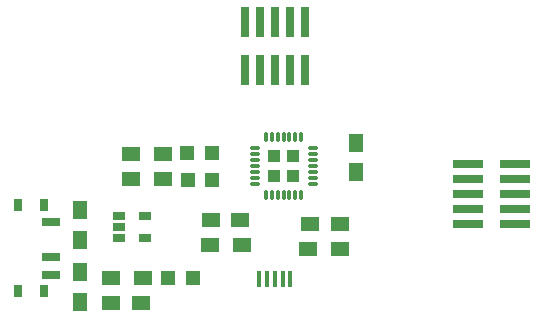
<source format=gbr>
G04 #@! TF.FileFunction,Paste,Top*
%FSLAX46Y46*%
G04 Gerber Fmt 4.6, Leading zero omitted, Abs format (unit mm)*
G04 Created by KiCad (PCBNEW 4.0.4-stable) date 01/27/17 12:31:46*
%MOMM*%
%LPD*%
G01*
G04 APERTURE LIST*
%ADD10C,0.100000*%
%ADD11R,1.500000X0.700000*%
%ADD12R,0.800000X1.000000*%
%ADD13R,1.060000X0.650000*%
%ADD14R,1.500000X1.250000*%
%ADD15R,0.750000X2.500000*%
%ADD16R,1.250000X1.500000*%
%ADD17R,0.400000X1.350000*%
%ADD18R,1.198880X1.198880*%
%ADD19R,2.500000X0.750000*%
%ADD20R,1.500000X1.300000*%
%ADD21O,0.300000X0.850000*%
%ADD22O,0.850000X0.300000*%
%ADD23R,1.005000X1.005000*%
G04 APERTURE END LIST*
D10*
D11*
X130075000Y-113540000D03*
X130075000Y-116540000D03*
X130075000Y-118040000D03*
D12*
X127225000Y-112140000D03*
X127225000Y-119440000D03*
X129425000Y-119440000D03*
X129425000Y-112140000D03*
D13*
X135800000Y-113050000D03*
X135800000Y-114000000D03*
X135800000Y-114950000D03*
X138000000Y-114950000D03*
X138000000Y-113050000D03*
D14*
X137650000Y-120400000D03*
X135150000Y-120400000D03*
D15*
X151540000Y-96670000D03*
X150270000Y-96670000D03*
X149000000Y-96670000D03*
X147730000Y-96670000D03*
X146460000Y-96670000D03*
X146460000Y-100670000D03*
X147730000Y-100670000D03*
X151540000Y-100670000D03*
X150270000Y-100670000D03*
X149000000Y-100670000D03*
D16*
X132510000Y-117800000D03*
X132510000Y-120300000D03*
D17*
X147699100Y-118420000D03*
X148349100Y-118420000D03*
X148999100Y-118420000D03*
X149649100Y-118420000D03*
X150299100Y-118420000D03*
D16*
X155900000Y-109350000D03*
X155900000Y-106850000D03*
X132530000Y-115080000D03*
X132530000Y-112580000D03*
D18*
X141620980Y-109970000D03*
X143719020Y-109970000D03*
X141600980Y-107760000D03*
X143699020Y-107760000D03*
X142049020Y-118300000D03*
X139950980Y-118300000D03*
D19*
X169320000Y-113700000D03*
X169320000Y-112430000D03*
X169320000Y-111160000D03*
X169320000Y-109890000D03*
X169320000Y-108620000D03*
X165320000Y-108620000D03*
X165320000Y-109890000D03*
X165320000Y-113700000D03*
X165320000Y-112430000D03*
X165320000Y-111160000D03*
D20*
X136852329Y-109917869D03*
X139552329Y-109917869D03*
X136862329Y-107807869D03*
X139562329Y-107807869D03*
X137850000Y-118300000D03*
X135150000Y-118300000D03*
D14*
X154480000Y-113770000D03*
X151980000Y-113770000D03*
X143563432Y-113410654D03*
X146063432Y-113410654D03*
D20*
X151830000Y-115850000D03*
X154530000Y-115850000D03*
X146243432Y-115500654D03*
X143543432Y-115500654D03*
D21*
X148240000Y-111260000D03*
X148740000Y-111260000D03*
X149240000Y-111260000D03*
X149740000Y-111260000D03*
X150240000Y-111260000D03*
X150740000Y-111260000D03*
X151240000Y-111260000D03*
D22*
X152190000Y-110310000D03*
X152190000Y-109810000D03*
X152190000Y-109310000D03*
X152190000Y-108810000D03*
X152190000Y-108310000D03*
X152190000Y-107810000D03*
X152190000Y-107310000D03*
D21*
X151240000Y-106360000D03*
X150740000Y-106360000D03*
X150240000Y-106360000D03*
X149740000Y-106360000D03*
X149240000Y-106360000D03*
X148740000Y-106360000D03*
X148240000Y-106360000D03*
D22*
X147290000Y-107310000D03*
X147290000Y-107810000D03*
X147290000Y-108310000D03*
X147290000Y-108810000D03*
X147290000Y-109310000D03*
X147290000Y-109810000D03*
X147290000Y-110310000D03*
D23*
X150577500Y-107972500D03*
X148902500Y-107972500D03*
X150577500Y-109647500D03*
X148902500Y-109647500D03*
M02*

</source>
